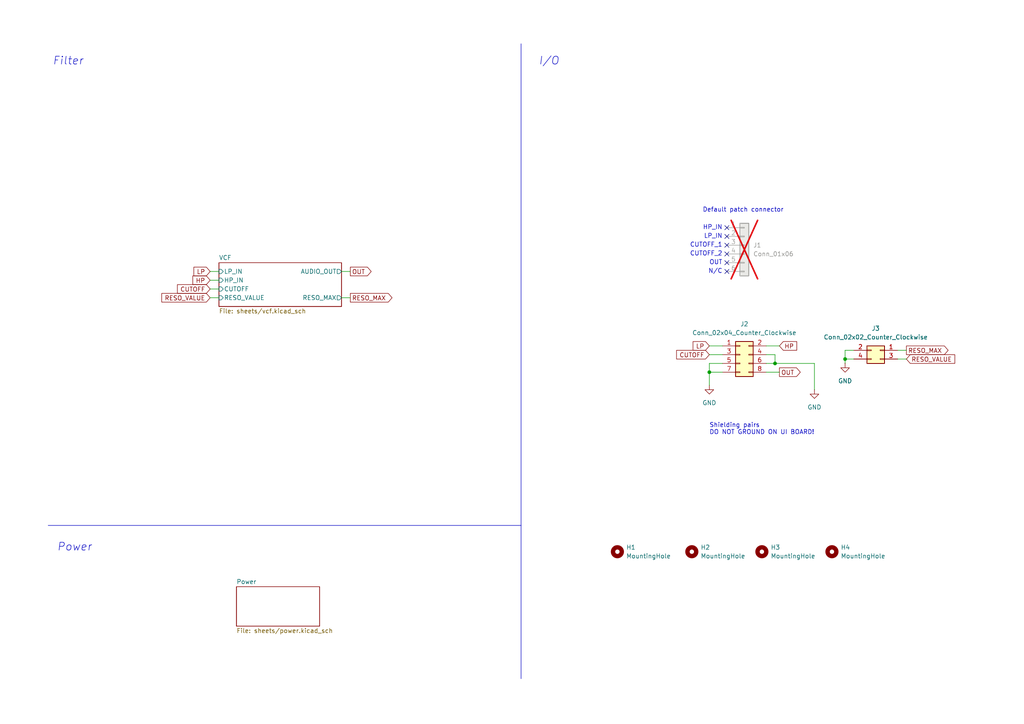
<source format=kicad_sch>
(kicad_sch (version 20250114) (generator "eeschema") (generator_version "9.0")
  (paper "A4")
  (title_block (title "Hog Moduleur VCF") (date "2025-07-31") (rev "v0.2") (company "Shmøergh"))
  (lib_symbols
    (symbol "Connector_Generic:Conn_01x06" (pin_names (offset 1.016) (hide yes))
      (property "Reference" "J" (at 0 7.62 0))
      (property "Value" "Conn_01x06" (at 0 -10.16 0))
      (symbol "Conn_01x06_1_1"
        (rectangle (start -1.27 6.35) (end 1.27 -8.89) (stroke (width 0.254)) (fill (type background)))
        (rectangle (start -1.27 5.207) (end 0 4.953) (stroke (width 0.1524)))
        (rectangle (start -1.27 2.667) (end 0 2.413) (stroke (width 0.1524)))
        (rectangle (start -1.27 0.127) (end 0 -0.127) (stroke (width 0.1524)))
        (rectangle (start -1.27 -2.413) (end 0 -2.667) (stroke (width 0.1524)))
        (rectangle (start -1.27 -4.953) (end 0 -5.207) (stroke (width 0.1524)))
        (rectangle (start -1.27 -7.493) (end 0 -7.747) (stroke (width 0.1524)))
        (pin passive line (at -5.08 5.08 0) (length 3.81) (name "Pin_1") (number "1"))
        (pin passive line (at -5.08 2.54 0) (length 3.81) (name "Pin_2") (number "2"))
        (pin passive line (at -5.08 0 0) (length 3.81) (name "Pin_3") (number "3"))
        (pin passive line (at -5.08 -2.54 0) (length 3.81) (name "Pin_4") (number "4"))
        (pin passive line (at -5.08 -5.08 0) (length 3.81) (name "Pin_5") (number "5"))
        (pin passive line (at -5.08 -7.62 0) (length 3.81) (name "Pin_6") (number "6"))
      )
    )
    (symbol "Connector_Generic:Conn_02x02_Odd_Even" (pin_names (offset 1.016) (hide yes))
      (property "Reference" "J" (at 1.27 2.54 0))
      (property "Value" "Conn_02x02_Odd_Even" (at 1.27 -5.08 0))
      (symbol "Conn_02x02_Odd_Even_1_1"
        (rectangle (start -1.27 1.27) (end 3.81 -3.81) (stroke (width 0.254)) (fill (type background)))
        (rectangle (start -1.27 0.127) (end 0 -0.127) (stroke (width 0.1524)))
        (rectangle (start -1.27 -2.413) (end 0 -2.667) (stroke (width 0.1524)))
        (rectangle (start 3.81 0.127) (end 2.54 -0.127) (stroke (width 0.1524)))
        (rectangle (start 3.81 -2.413) (end 2.54 -2.667) (stroke (width 0.1524)))
        (pin passive line (at -5.08 0 0) (length 3.81) (name "Pin_1") (number "1"))
        (pin passive line (at -5.08 -2.54 0) (length 3.81) (name "Pin_3") (number "3"))
        (pin passive line (at 7.62 0 180) (length 3.81) (name "Pin_2") (number "2"))
        (pin passive line (at 7.62 -2.54 180) (length 3.81) (name "Pin_4") (number "4"))
      )
    )
    (symbol "Connector_Generic:Conn_02x04_Odd_Even" (pin_names (offset 1.016) (hide yes))
      (property "Reference" "J" (at 1.27 5.08 0))
      (property "Value" "Conn_02x04_Odd_Even" (at 1.27 -7.62 0))
      (symbol "Conn_02x04_Odd_Even_1_1"
        (rectangle (start -1.27 3.81) (end 3.81 -6.35) (stroke (width 0.254)) (fill (type background)))
        (rectangle (start -1.27 2.667) (end 0 2.413) (stroke (width 0.1524)))
        (rectangle (start -1.27 0.127) (end 0 -0.127) (stroke (width 0.1524)))
        (rectangle (start -1.27 -2.413) (end 0 -2.667) (stroke (width 0.1524)))
        (rectangle (start -1.27 -4.953) (end 0 -5.207) (stroke (width 0.1524)))
        (rectangle (start 3.81 2.667) (end 2.54 2.413) (stroke (width 0.1524)))
        (rectangle (start 3.81 0.127) (end 2.54 -0.127) (stroke (width 0.1524)))
        (rectangle (start 3.81 -2.413) (end 2.54 -2.667) (stroke (width 0.1524)))
        (rectangle (start 3.81 -4.953) (end 2.54 -5.207) (stroke (width 0.1524)))
        (pin passive line (at -5.08 2.54 0) (length 3.81) (name "Pin_1") (number "1"))
        (pin passive line (at -5.08 0 0) (length 3.81) (name "Pin_3") (number "3"))
        (pin passive line (at -5.08 -2.54 0) (length 3.81) (name "Pin_5") (number "5"))
        (pin passive line (at -5.08 -5.08 0) (length 3.81) (name "Pin_7") (number "7"))
        (pin passive line (at 7.62 2.54 180) (length 3.81) (name "Pin_2") (number "2"))
        (pin passive line (at 7.62 0 180) (length 3.81) (name "Pin_4") (number "4"))
        (pin passive line (at 7.62 -2.54 180) (length 3.81) (name "Pin_6") (number "6"))
        (pin passive line (at 7.62 -5.08 180) (length 3.81) (name "Pin_8") (number "8"))
      )
    )
    (symbol "Mechanical:MountingHole" (pin_names (offset 1.016)) (in_bom no)
      (property "Reference" "H" (at 0 5.08 0))
      (property "Value" "MountingHole" (at 0 3.175 0))
      (symbol "MountingHole_0_1"
        (circle (center 0 0) (radius 1.27) (stroke (width 1.27)))
      )
    )
    (symbol "power:GND" (power) (pin_numbers (hide yes)) (pin_names (offset 0) (hide yes))
      (property "Value" "GND" (at 0 -3.81 0))
      (symbol "GND_0_1"
        (polyline (pts (xy 0 0) (xy 0 -1.27) (xy 1.27 -1.27) (xy 0 -2.54) (xy -1.27 -1.27) (xy 0 -1.27)))
      )
      (symbol "GND_1_1"
        (pin power_in line (at 0 0 270) (length 0) (name "~") (number "1"))
      )
    )
  )
  (text "Power" (at 16.51 158.75 0) (effects (font (size 2.27 2.27) (italic yes)) (justify left)))
  (text "CUTOFF_1" (at 209.55 71.12 0) (effects (font (size 1.27 1.27)) (justify right)))
  (text "Default patch connector" (at 227.33 60.96 0) (effects (font (size 1.27 1.27)) (justify right)))
  (text "N/C" (at 209.55 78.74 0) (effects (font (size 1.27 1.27)) (justify right)))
  (text "HP_IN" (at 209.55 66.04 0) (effects (font (size 1.27 1.27)) (justify right)))
  (text "Shielding pairs\nDO NOT GROUND ON UI BOARD!" (at 205.74 124.46 0) (effects (font (size 1.27 1.27)) (justify left)))
  (text "OUT" (at 209.55 76.2 0) (effects (font (size 1.27 1.27)) (justify right)))
  (text "Filter" (at 15.24 17.78 0) (effects (font (size 2.27 2.27) (italic yes)) (justify left)))
  (text "LP_IN" (at 209.55 68.58 0) (effects (font (size 1.27 1.27)) (justify right)))
  (text "I/O" (at 156.21 17.78 0) (effects (font (size 2.27 2.27) (italic yes)) (justify left)))
  (text "CUTOFF_2" (at 209.55 73.66 0) (effects (font (size 1.27 1.27)) (justify right)))
  (junction (at 245.11 104.14))
  (junction (at 224.79 105.41))
  (junction (at 205.74 107.95))
  (no_connect (at 210.82 78.74))
  (no_connect (at 210.82 66.04))
  (no_connect (at 210.82 73.66))
  (no_connect (at 210.82 68.58))
  (no_connect (at 210.82 76.2))
  (no_connect (at 210.82 71.12))
  (wire (pts (xy 245.11 104.14) (xy 247.65 104.14)))
  (wire (pts (xy 245.11 104.14) (xy 245.11 105.41)))
  (wire (pts (xy 222.25 102.87) (xy 224.79 102.87)))
  (wire (pts (xy 222.25 100.33) (xy 226.06 100.33)))
  (wire (pts (xy 247.65 101.6) (xy 245.11 101.6)))
  (wire (pts (xy 226.06 107.95) (xy 222.25 107.95)))
  (wire (pts (xy 205.74 107.95) (xy 209.55 107.95)))
  (wire (pts (xy 60.96 83.82) (xy 63.5 83.82)))
  (wire (pts (xy 205.74 107.95) (xy 205.74 111.76)))
  (wire (pts (xy 205.74 105.41) (xy 205.74 107.95)))
  (wire (pts (xy 99.06 78.74) (xy 101.6 78.74)))
  (wire (pts (xy 224.79 102.87) (xy 224.79 105.41)))
  (wire (pts (xy 262.89 101.6) (xy 260.35 101.6)))
  (wire (pts (xy 222.25 105.41) (xy 224.79 105.41)))
  (wire (pts (xy 262.89 104.14) (xy 260.35 104.14)))
  (wire (pts (xy 99.06 86.36) (xy 101.6 86.36)))
  (wire (pts (xy 205.74 102.87) (xy 209.55 102.87)))
  (polyline (pts (xy 151.13 12.7) (xy 151.13 196.85)))
  (wire (pts (xy 245.11 101.6) (xy 245.11 104.14)))
  (wire (pts (xy 60.96 78.74) (xy 63.5 78.74)))
  (wire (pts (xy 236.22 105.41) (xy 224.79 105.41)))
  (wire (pts (xy 205.74 100.33) (xy 209.55 100.33)))
  (wire (pts (xy 60.96 86.36) (xy 63.5 86.36)))
  (wire (pts (xy 205.74 105.41) (xy 209.55 105.41)))
  (wire (pts (xy 236.22 105.41) (xy 236.22 113.03)))
  (polyline (pts (xy 13.97 152.4) (xy 151.13 152.4)))
  (wire (pts (xy 60.96 81.28) (xy 63.5 81.28)))
  (global_label "CUTOFF" (shape input) (at 60.96 83.82 180) (property "Intersheetrefs" "${INTERSHEET_REFS}" (effects (hide yes))))
  (global_label "HP" (shape input) (at 226.06 100.33 0) (property "Intersheetrefs" "${INTERSHEET_REFS}" (effects (hide yes))))
  (global_label "RESO_VALUE" (shape input) (at 60.96 86.36 180) (property "Intersheetrefs" "${INTERSHEET_REFS}" (effects (hide yes))))
  (global_label "LP" (shape input) (at 205.74 100.33 180) (property "Intersheetrefs" "${INTERSHEET_REFS}" (effects (hide yes))))
  (global_label "OUT" (shape output) (at 226.06 107.95 0) (property "Intersheetrefs" "${INTERSHEET_REFS}" (effects (hide yes))))
  (global_label "HP" (shape input) (at 60.96 81.28 180) (property "Intersheetrefs" "${INTERSHEET_REFS}" (effects (hide yes))))
  (global_label "RESO_VALUE" (shape input) (at 262.89 104.14 0) (property "Intersheetrefs" "${INTERSHEET_REFS}" (effects (hide yes))))
  (global_label "RESO_MAX" (shape output) (at 262.89 101.6 0) (property "Intersheetrefs" "${INTERSHEET_REFS}" (effects (hide yes))))
  (global_label "OUT" (shape output) (at 101.6 78.74 0) (property "Intersheetrefs" "${INTERSHEET_REFS}" (effects (hide yes))))
  (global_label "LP" (shape input) (at 60.96 78.74 180) (property "Intersheetrefs" "${INTERSHEET_REFS}" (effects (hide yes))))
  (global_label "CUTOFF" (shape input) (at 205.74 102.87 180) (property "Intersheetrefs" "${INTERSHEET_REFS}" (effects (hide yes))))
  (global_label "RESO_MAX" (shape output) (at 101.6 86.36 0) (property "Intersheetrefs" "${INTERSHEET_REFS}" (effects (hide yes))))
  (symbol (lib_id "Connector_Generic:Conn_02x04_Odd_Even") (at 214.63 102.87 0) (unit 1)
    (property "Reference" "J2" (at 215.9 93.98 0))
    (property "Value" "Conn_02x04_Counter_Clockwise" (at 215.9 96.52 0))
    (property "Footprint" "Connector_PinHeader_2.54mm:PinHeader_2x04_P2.54mm_Vertical" (effects (hide yes)))
    (property "Description" "Generic connector, double row, 02x04, odd/even pin numbering scheme (row 1 odd numbers, row 2 even numbers), script generated (kicad-library-utils/schlib/autogen/connector/)" (effects (hide yes)))
    (property "Part URL" "https://mou.sr/4nYsZDt" (effects (hide yes)))
    (property "Vendor" "Mouser" (effects (hide yes)))
    (property "CHECKED" "YES" (effects (hide yes)))
    (property "Part no." "200-HTSW10407TD " (effects (hide yes)))
  )
  (symbol (lib_id "Connector_Generic:Conn_02x02_Odd_Even") (at 255.27 101.6 0) (mirror y) (unit 1)
    (property "Reference" "J3" (at 254 95.25 0))
    (property "Value" "Conn_02x02_Counter_Clockwise" (at 254 97.79 0))
    (property "Footprint" "Connector_PinHeader_2.54mm:PinHeader_2x02_P2.54mm_Vertical" (effects (hide yes)))
    (property "Description" "Generic connector, double row, 02x02, odd/even pin numbering scheme (row 1 odd numbers, row 2 even numbers), script generated (kicad-library-utils/schlib/autogen/connector/)" (effects (hide yes)))
    (property "Part URL" "https://mou.sr/3TDBcz9" (effects (hide yes)))
    (property "Vendor" "Mouser" (effects (hide yes)))
    (property "CHECKED" "YES" (effects (hide yes)))
    (property "Part no." "200-HTSW10207TD" (effects (hide yes)))
  )
  (symbol (lib_id "power:GND") (at 236.22 113.03 0) (unit 1)
    (property "Reference" "#PWR01" (effects (hide yes)))
    (property "Value" "GND" (at 236.22 118.11 0))
    (property "Description" "Power symbol creates a global label with name \"GND\" , ground" (effects (hide yes)))
  )
  (symbol (lib_id "Mechanical:MountingHole") (at 200.66 160.02 0) (unit 1) (in_bom no)
    (property "Reference" "H2" (at 203.2 158.7499 0) (effects (justify left)))
    (property "Value" "MountingHole" (at 203.2 161.2899 0) (effects (justify left)))
    (property "Footprint" "MountingHole:MountingHole_3.2mm_M3_DIN965_Pad" (effects (hide yes)))
    (property "Description" "Mounting Hole without connection" (effects (hide yes)))
    (property "Vendor" "X" (effects (hide yes)))
  )
  (symbol (lib_id "Mechanical:MountingHole") (at 179.07 160.02 0) (unit 1) (in_bom no)
    (property "Reference" "H1" (at 181.61 158.7499 0) (effects (justify left)))
    (property "Value" "MountingHole" (at 181.61 161.2899 0) (effects (justify left)))
    (property "Footprint" "MountingHole:MountingHole_3.2mm_M3_DIN965_Pad" (effects (hide yes)))
    (property "Description" "Mounting Hole without connection" (effects (hide yes)))
    (property "Vendor" "X" (effects (hide yes)))
  )
  (symbol (lib_id "Connector_Generic:Conn_01x06") (at 215.9 71.12 0) (unit 1) (dnp yes)
    (property "Reference" "J1" (at 218.44 71.1199 0) (effects (justify left)))
    (property "Value" "Conn_01x06" (at 218.44 73.6599 0) (effects (justify left)))
    (property "Footprint" "Connector_PinHeader_2.54mm:PinHeader_1x06_P2.54mm_Vertical" (effects (hide yes)))
    (property "Description" "Generic connector, single row, 01x06, script generated (kicad-library-utils/schlib/autogen/connector/)" (effects (hide yes)))
    (property "Part URL" "https://mou.sr/4puxA0F" (effects (hide yes)))
    (property "Vendor" "Mouser" (effects (hide yes)))
    (property "CHECKED" "YES" (effects (hide yes)))
    (property "Part no." "200-SSW10401TMS" (effects (hide yes)))
  )
  (symbol (lib_id "power:GND") (at 245.11 105.41 0) (mirror y) (unit 1)
    (property "Reference" "#PWR02" (effects (hide yes)))
    (property "Value" "GND" (at 245.11 110.49 0))
    (property "Description" "Power symbol creates a global label with name \"GND\" , ground" (effects (hide yes)))
  )
  (symbol (lib_id "Mechanical:MountingHole") (at 220.98 160.02 0) (unit 1) (in_bom no)
    (property "Reference" "H3" (at 223.52 158.7499 0) (effects (justify left)))
    (property "Value" "MountingHole" (at 223.52 161.2899 0) (effects (justify left)))
    (property "Footprint" "MountingHole:MountingHole_3.2mm_M3_DIN965_Pad" (effects (hide yes)))
    (property "Description" "Mounting Hole without connection" (effects (hide yes)))
    (property "Vendor" "X" (effects (hide yes)))
  )
  (symbol (lib_id "Mechanical:MountingHole") (at 241.3 160.02 0) (unit 1) (in_bom no)
    (property "Reference" "H4" (at 243.84 158.7499 0) (effects (justify left)))
    (property "Value" "MountingHole" (at 243.84 161.2899 0) (effects (justify left)))
    (property "Footprint" "MountingHole:MountingHole_3.2mm_M3_DIN965_Pad" (effects (hide yes)))
    (property "Description" "Mounting Hole without connection" (effects (hide yes)))
    (property "Vendor" "X" (effects (hide yes)))
  )
  (symbol (lib_id "power:GND") (at 205.74 111.76 0) (unit 1)
    (property "Reference" "#PWR042" (effects (hide yes)))
    (property "Value" "GND" (at 205.74 116.84 0))
    (property "Description" "Power symbol creates a global label with name \"GND\" , ground" (effects (hide yes)))
  )
  (sheet (at 63.5 76.2) (size 35.56 12.7) (stroke (width 0.1524))
    (property "Sheetname" "VCF" (at 63.5 75.4884 0) (effects (justify left bottom)))
    (property "Sheetfile" "sheets/vcf.kicad_sch" (at 63.5 89.4846 0) (effects (justify left top)))
    (pin "AUDIO_OUT" output (at 99.06 78.74 0))
    (pin "CUTOFF" input (at 63.5 83.82 180))
    (pin "HP_IN" input (at 63.5 81.28 180))
    (pin "LP_IN" input (at 63.5 78.74 180))
    (pin "RESO_MAX" output (at 99.06 86.36 0))
    (pin "RESO_VALUE" input (at 63.5 86.36 180))
  )
  (sheet (at 68.58 170.18) (size 24.13 11.43) (stroke (width 0.1524))
    (property "Sheetname" "Power" (at 68.58 169.4684 0) (effects (justify left bottom)))
    (property "Sheetfile" "sheets/power.kicad_sch" (at 68.58 182.1946 0) (effects (justify left top)))
  )
)
</source>
